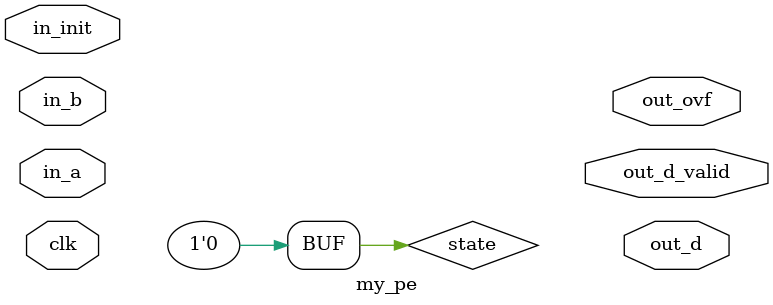
<source format=v>
module my_pe #(
	parameter BITWIDTH = 4,
  parameter FAN_IN_BITS = 3
)
(
  input [BITWIDTH-1:0] in_a,
  input [BITWIDTH-1:0] in_b,
  output [2*BITWIDTH-1:0] out_d,
  output reg out_d_valid,
  output out_ovf,
  input clk,
  input in_init
);
    // state == 0 --> INIT
    // state == 1 --> EXEC
    reg state;

    // TODO
    my_mac my_mac(
      .in_a(),
      .in_a_valid(),
      .in_b(),
      .in_b_valid(),
      .clk(clk),
      .in_rst(),
      .out_d(),
      .out_d_valid(),
      .out_ovf()
    );

    initial begin
      state = 0;
    end

    always @(posedge clk) begin
      // if INIT --> wait for in_init signal
      //             if in_init, state changes to EXEC
      if (state == 0) begin
        // TODO INIT
      end else begin
        // TODO EXEC
      end
    end
endmodule
</source>
